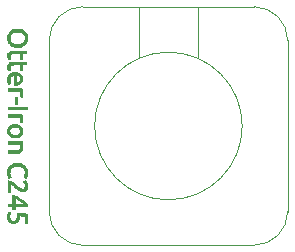
<source format=gto>
G04 #@! TF.GenerationSoftware,KiCad,Pcbnew,5.1.5-52549c5~84~ubuntu19.10.1*
G04 #@! TF.CreationDate,2020-03-01T18:50:15+01:00*
G04 #@! TF.ProjectId,C245_conn,43323435-5f63-46f6-9e6e-2e6b69636164,rev?*
G04 #@! TF.SameCoordinates,Original*
G04 #@! TF.FileFunction,Legend,Top*
G04 #@! TF.FilePolarity,Positive*
%FSLAX46Y46*%
G04 Gerber Fmt 4.6, Leading zero omitted, Abs format (unit mm)*
G04 Created by KiCad (PCBNEW 5.1.5-52549c5~84~ubuntu19.10.1) date 2020-03-01 18:50:15*
%MOMM*%
%LPD*%
G04 APERTURE LIST*
%ADD10C,0.120000*%
%ADD11C,0.010000*%
G04 APERTURE END LIST*
D10*
X120750000Y-110200000D02*
G75*
G03X120750000Y-110200000I-6250000J0D01*
G01*
X121750000Y-100100000D02*
G75*
G02X124600000Y-102950000I0J-2850000D01*
G01*
X104400000Y-102950000D02*
G75*
G02X107250000Y-100100000I2850000J0D01*
G01*
X107250000Y-120300000D02*
G75*
G02X104400000Y-117450000I0J2850000D01*
G01*
X124600000Y-117450000D02*
G75*
G02X121750000Y-120300000I-2850000J0D01*
G01*
X104400000Y-102950000D02*
X104400000Y-117450000D01*
X124600000Y-102950000D02*
X124600000Y-117450000D01*
X121750000Y-120300000D02*
X107250000Y-120300000D01*
X121750000Y-100100000D02*
X107250000Y-100100000D01*
X117000000Y-100100000D02*
X117000000Y-104450000D01*
X112000000Y-100100000D02*
X112000000Y-104450000D01*
D11*
G36*
X101474222Y-108309112D02*
G01*
X101474222Y-107730556D01*
X101685889Y-107730556D01*
X101685889Y-108309112D01*
X101474222Y-108309112D01*
G37*
X101474222Y-108309112D02*
X101474222Y-107730556D01*
X101685889Y-107730556D01*
X101685889Y-108309112D01*
X101474222Y-108309112D01*
G36*
X101474222Y-117001556D02*
G01*
X101474222Y-117199112D01*
X101290778Y-117199112D01*
X101290778Y-117001556D01*
X100881555Y-117001556D01*
X100881555Y-116789889D01*
X101290778Y-116789889D01*
X101290778Y-116070223D01*
X101370636Y-116070223D01*
X101407037Y-116071673D01*
X101440870Y-116077505D01*
X101474222Y-116088545D01*
X101474222Y-116281483D01*
X101474222Y-116789889D01*
X101858750Y-116789382D01*
X102243278Y-116788874D01*
X102200944Y-116752814D01*
X102082410Y-116657713D01*
X101949631Y-116561177D01*
X101811133Y-116468911D01*
X101675446Y-116386619D01*
X101562416Y-116325620D01*
X101474222Y-116281483D01*
X101474222Y-116088545D01*
X101478425Y-116089937D01*
X101525990Y-116111188D01*
X101589856Y-116143476D01*
X101613920Y-116156059D01*
X101774572Y-116246315D01*
X101940389Y-116350181D01*
X102103731Y-116462366D01*
X102256959Y-116577576D01*
X102392434Y-116690520D01*
X102416139Y-116711835D01*
X102504333Y-116792257D01*
X102504333Y-117001556D01*
X101474222Y-117001556D01*
G37*
X101474222Y-117001556D02*
X101474222Y-117199112D01*
X101290778Y-117199112D01*
X101290778Y-117001556D01*
X100881555Y-117001556D01*
X100881555Y-116789889D01*
X101290778Y-116789889D01*
X101290778Y-116070223D01*
X101370636Y-116070223D01*
X101407037Y-116071673D01*
X101440870Y-116077505D01*
X101474222Y-116088545D01*
X101474222Y-116281483D01*
X101474222Y-116789889D01*
X101858750Y-116789382D01*
X102243278Y-116788874D01*
X102200944Y-116752814D01*
X102082410Y-116657713D01*
X101949631Y-116561177D01*
X101811133Y-116468911D01*
X101675446Y-116386619D01*
X101562416Y-116325620D01*
X101474222Y-116281483D01*
X101474222Y-116088545D01*
X101478425Y-116089937D01*
X101525990Y-116111188D01*
X101589856Y-116143476D01*
X101613920Y-116156059D01*
X101774572Y-116246315D01*
X101940389Y-116350181D01*
X102103731Y-116462366D01*
X102256959Y-116577576D01*
X102392434Y-116690520D01*
X102416139Y-116711835D01*
X102504333Y-116792257D01*
X102504333Y-117001556D01*
X101474222Y-117001556D01*
G36*
X102543120Y-115296062D02*
G01*
X102526202Y-115403729D01*
X102494181Y-115503629D01*
X102448450Y-115587927D01*
X102433776Y-115607187D01*
X102369155Y-115664960D01*
X102286296Y-115708054D01*
X102192084Y-115734651D01*
X102093401Y-115742937D01*
X101997130Y-115731093D01*
X101980740Y-115726728D01*
X101910761Y-115700197D01*
X101836477Y-115659219D01*
X101754974Y-115601712D01*
X101663334Y-115525593D01*
X101558643Y-115428780D01*
X101545027Y-115415637D01*
X101440918Y-115316099D01*
X101353493Y-115235600D01*
X101280532Y-115172222D01*
X101219814Y-115124047D01*
X101169120Y-115089158D01*
X101162112Y-115084874D01*
X101133781Y-115067852D01*
X101111569Y-115056525D01*
X101094731Y-115053520D01*
X101082526Y-115061463D01*
X101074210Y-115082980D01*
X101069041Y-115120698D01*
X101066275Y-115177244D01*
X101065169Y-115255243D01*
X101064981Y-115357321D01*
X101065000Y-115428167D01*
X101065000Y-115802112D01*
X100881555Y-115802112D01*
X100881555Y-114810622D01*
X100987824Y-114817442D01*
X101047888Y-114823447D01*
X101099312Y-114834909D01*
X101153389Y-114855120D01*
X101212480Y-114882926D01*
X101252437Y-114903798D01*
X101290159Y-114926437D01*
X101329214Y-114953705D01*
X101373171Y-114988464D01*
X101425598Y-115033576D01*
X101490066Y-115091905D01*
X101570142Y-115166312D01*
X101595710Y-115190290D01*
X101690993Y-115278894D01*
X101769540Y-115349430D01*
X101834455Y-115403896D01*
X101888843Y-115444295D01*
X101935809Y-115472626D01*
X101978457Y-115490891D01*
X102019893Y-115501090D01*
X102063221Y-115505224D01*
X102085090Y-115505640D01*
X102174577Y-115494703D01*
X102247126Y-115461859D01*
X102301823Y-115407551D01*
X102308883Y-115396856D01*
X102326512Y-115363503D01*
X102336621Y-115328000D01*
X102341062Y-115280990D01*
X102341783Y-115230612D01*
X102339990Y-115166896D01*
X102333354Y-115119780D01*
X102319435Y-115077743D01*
X102301461Y-115040112D01*
X102273472Y-114991008D01*
X102243742Y-114946623D01*
X102226121Y-114924854D01*
X102190830Y-114887208D01*
X102270259Y-114834471D01*
X102349687Y-114781733D01*
X102383365Y-114813372D01*
X102417350Y-114855060D01*
X102453906Y-114915853D01*
X102488745Y-114987480D01*
X102517582Y-115061668D01*
X102526063Y-115088770D01*
X102543538Y-115188464D01*
X102543120Y-115296062D01*
G37*
X102543120Y-115296062D02*
X102526202Y-115403729D01*
X102494181Y-115503629D01*
X102448450Y-115587927D01*
X102433776Y-115607187D01*
X102369155Y-115664960D01*
X102286296Y-115708054D01*
X102192084Y-115734651D01*
X102093401Y-115742937D01*
X101997130Y-115731093D01*
X101980740Y-115726728D01*
X101910761Y-115700197D01*
X101836477Y-115659219D01*
X101754974Y-115601712D01*
X101663334Y-115525593D01*
X101558643Y-115428780D01*
X101545027Y-115415637D01*
X101440918Y-115316099D01*
X101353493Y-115235600D01*
X101280532Y-115172222D01*
X101219814Y-115124047D01*
X101169120Y-115089158D01*
X101162112Y-115084874D01*
X101133781Y-115067852D01*
X101111569Y-115056525D01*
X101094731Y-115053520D01*
X101082526Y-115061463D01*
X101074210Y-115082980D01*
X101069041Y-115120698D01*
X101066275Y-115177244D01*
X101065169Y-115255243D01*
X101064981Y-115357321D01*
X101065000Y-115428167D01*
X101065000Y-115802112D01*
X100881555Y-115802112D01*
X100881555Y-114810622D01*
X100987824Y-114817442D01*
X101047888Y-114823447D01*
X101099312Y-114834909D01*
X101153389Y-114855120D01*
X101212480Y-114882926D01*
X101252437Y-114903798D01*
X101290159Y-114926437D01*
X101329214Y-114953705D01*
X101373171Y-114988464D01*
X101425598Y-115033576D01*
X101490066Y-115091905D01*
X101570142Y-115166312D01*
X101595710Y-115190290D01*
X101690993Y-115278894D01*
X101769540Y-115349430D01*
X101834455Y-115403896D01*
X101888843Y-115444295D01*
X101935809Y-115472626D01*
X101978457Y-115490891D01*
X102019893Y-115501090D01*
X102063221Y-115505224D01*
X102085090Y-115505640D01*
X102174577Y-115494703D01*
X102247126Y-115461859D01*
X102301823Y-115407551D01*
X102308883Y-115396856D01*
X102326512Y-115363503D01*
X102336621Y-115328000D01*
X102341062Y-115280990D01*
X102341783Y-115230612D01*
X102339990Y-115166896D01*
X102333354Y-115119780D01*
X102319435Y-115077743D01*
X102301461Y-115040112D01*
X102273472Y-114991008D01*
X102243742Y-114946623D01*
X102226121Y-114924854D01*
X102190830Y-114887208D01*
X102270259Y-114834471D01*
X102349687Y-114781733D01*
X102383365Y-114813372D01*
X102417350Y-114855060D01*
X102453906Y-114915853D01*
X102488745Y-114987480D01*
X102517582Y-115061668D01*
X102526063Y-115088770D01*
X102543538Y-115188464D01*
X102543120Y-115296062D01*
G36*
X102120863Y-111983862D02*
G01*
X102117259Y-112059404D01*
X102111540Y-112114913D01*
X102102254Y-112158571D01*
X102087948Y-112198559D01*
X102079321Y-112217889D01*
X102021777Y-112309997D01*
X101945071Y-112383087D01*
X101855379Y-112432880D01*
X101832269Y-112441558D01*
X101808825Y-112448513D01*
X101781615Y-112453982D01*
X101747209Y-112458200D01*
X101702175Y-112461402D01*
X101643084Y-112463824D01*
X101566504Y-112465701D01*
X101469004Y-112467269D01*
X101347153Y-112468762D01*
X101329583Y-112468960D01*
X100881555Y-112473990D01*
X100881555Y-112260223D01*
X101223750Y-112259943D01*
X101375187Y-112258888D01*
X101501146Y-112255609D01*
X101604324Y-112249530D01*
X101687417Y-112240075D01*
X101753122Y-112226668D01*
X101804135Y-112208733D01*
X101843152Y-112185694D01*
X101872870Y-112156976D01*
X101895986Y-112122002D01*
X101899323Y-112115647D01*
X101914424Y-112080842D01*
X101923453Y-112043590D01*
X101927663Y-111995527D01*
X101928307Y-111928287D01*
X101928250Y-111922579D01*
X101926701Y-111859148D01*
X101923773Y-111802294D01*
X101919984Y-111760836D01*
X101918116Y-111749465D01*
X101909424Y-111709889D01*
X100881555Y-111709889D01*
X100881555Y-111484112D01*
X102064550Y-111484112D01*
X102079757Y-111555021D01*
X102105518Y-111695175D01*
X102119090Y-111823298D01*
X102121703Y-111952191D01*
X102120863Y-111983862D01*
G37*
X102120863Y-111983862D02*
X102117259Y-112059404D01*
X102111540Y-112114913D01*
X102102254Y-112158571D01*
X102087948Y-112198559D01*
X102079321Y-112217889D01*
X102021777Y-112309997D01*
X101945071Y-112383087D01*
X101855379Y-112432880D01*
X101832269Y-112441558D01*
X101808825Y-112448513D01*
X101781615Y-112453982D01*
X101747209Y-112458200D01*
X101702175Y-112461402D01*
X101643084Y-112463824D01*
X101566504Y-112465701D01*
X101469004Y-112467269D01*
X101347153Y-112468762D01*
X101329583Y-112468960D01*
X100881555Y-112473990D01*
X100881555Y-112260223D01*
X101223750Y-112259943D01*
X101375187Y-112258888D01*
X101501146Y-112255609D01*
X101604324Y-112249530D01*
X101687417Y-112240075D01*
X101753122Y-112226668D01*
X101804135Y-112208733D01*
X101843152Y-112185694D01*
X101872870Y-112156976D01*
X101895986Y-112122002D01*
X101899323Y-112115647D01*
X101914424Y-112080842D01*
X101923453Y-112043590D01*
X101927663Y-111995527D01*
X101928307Y-111928287D01*
X101928250Y-111922579D01*
X101926701Y-111859148D01*
X101923773Y-111802294D01*
X101919984Y-111760836D01*
X101918116Y-111749465D01*
X101909424Y-111709889D01*
X100881555Y-111709889D01*
X100881555Y-111484112D01*
X102064550Y-111484112D01*
X102079757Y-111555021D01*
X102105518Y-111695175D01*
X102119090Y-111823298D01*
X102121703Y-111952191D01*
X102120863Y-111983862D01*
G36*
X102118793Y-109722488D02*
G01*
X102107211Y-109809904D01*
X102096041Y-109856353D01*
X102084801Y-109879570D01*
X102070929Y-109884434D01*
X102068406Y-109883867D01*
X102039293Y-109877020D01*
X101999313Y-109868946D01*
X101996333Y-109868389D01*
X101942431Y-109857304D01*
X101912545Y-109848007D01*
X101902660Y-109839011D01*
X101903956Y-109834171D01*
X101909298Y-109815702D01*
X101917089Y-109777171D01*
X101925759Y-109726449D01*
X101926847Y-109719511D01*
X101935318Y-109641572D01*
X101933361Y-109570780D01*
X101925301Y-109512824D01*
X101907674Y-109409778D01*
X100881555Y-109409778D01*
X100881555Y-109198112D01*
X102050589Y-109198112D01*
X102065903Y-109244512D01*
X102094441Y-109354702D01*
X102113252Y-109477707D01*
X102121611Y-109603608D01*
X102118793Y-109722488D01*
G37*
X102118793Y-109722488D02*
X102107211Y-109809904D01*
X102096041Y-109856353D01*
X102084801Y-109879570D01*
X102070929Y-109884434D01*
X102068406Y-109883867D01*
X102039293Y-109877020D01*
X101999313Y-109868946D01*
X101996333Y-109868389D01*
X101942431Y-109857304D01*
X101912545Y-109848007D01*
X101902660Y-109839011D01*
X101903956Y-109834171D01*
X101909298Y-109815702D01*
X101917089Y-109777171D01*
X101925759Y-109726449D01*
X101926847Y-109719511D01*
X101935318Y-109641572D01*
X101933361Y-109570780D01*
X101925301Y-109512824D01*
X101907674Y-109409778D01*
X100881555Y-109409778D01*
X100881555Y-109198112D01*
X102050589Y-109198112D01*
X102065903Y-109244512D01*
X102094441Y-109354702D01*
X102113252Y-109477707D01*
X102121611Y-109603608D01*
X102118793Y-109722488D01*
G36*
X100881555Y-108803000D02*
G01*
X100881555Y-108577223D01*
X102504333Y-108577223D01*
X102504333Y-108803000D01*
X100881555Y-108803000D01*
G37*
X100881555Y-108803000D02*
X100881555Y-108577223D01*
X102504333Y-108577223D01*
X102504333Y-108803000D01*
X100881555Y-108803000D01*
G36*
X102121370Y-107506390D02*
G01*
X102116123Y-107568223D01*
X102108552Y-107626387D01*
X102099618Y-107674546D01*
X102090283Y-107706366D01*
X102082580Y-107715829D01*
X102050188Y-107711136D01*
X102008084Y-107702101D01*
X101965004Y-107691020D01*
X101929681Y-107680193D01*
X101910850Y-107671915D01*
X101909723Y-107670362D01*
X101911659Y-107652010D01*
X101917259Y-107613829D01*
X101925346Y-107563793D01*
X101926047Y-107559625D01*
X101934751Y-107490038D01*
X101934723Y-107425595D01*
X101925928Y-107350536D01*
X101925562Y-107348168D01*
X101908216Y-107236667D01*
X100881555Y-107236667D01*
X100881555Y-107025000D01*
X102050589Y-107025000D01*
X102065903Y-107071401D01*
X102086587Y-107148847D01*
X102104251Y-107242338D01*
X102117037Y-107339718D01*
X102123089Y-107428834D01*
X102123333Y-107447222D01*
X102121370Y-107506390D01*
G37*
X102121370Y-107506390D02*
X102116123Y-107568223D01*
X102108552Y-107626387D01*
X102099618Y-107674546D01*
X102090283Y-107706366D01*
X102082580Y-107715829D01*
X102050188Y-107711136D01*
X102008084Y-107702101D01*
X101965004Y-107691020D01*
X101929681Y-107680193D01*
X101910850Y-107671915D01*
X101909723Y-107670362D01*
X101911659Y-107652010D01*
X101917259Y-107613829D01*
X101925346Y-107563793D01*
X101926047Y-107559625D01*
X101934751Y-107490038D01*
X101934723Y-107425595D01*
X101925928Y-107350536D01*
X101925562Y-107348168D01*
X101908216Y-107236667D01*
X100881555Y-107236667D01*
X100881555Y-107025000D01*
X102050589Y-107025000D01*
X102065903Y-107071401D01*
X102086587Y-107148847D01*
X102104251Y-107242338D01*
X102117037Y-107339718D01*
X102123089Y-107428834D01*
X102123333Y-107447222D01*
X102121370Y-107506390D01*
G36*
X102122407Y-106283595D02*
G01*
X102093964Y-106398404D01*
X102043946Y-106495221D01*
X101972766Y-106573750D01*
X101880835Y-106633694D01*
X101768565Y-106674756D01*
X101636367Y-106696639D01*
X101544083Y-106700445D01*
X101431889Y-106700445D01*
X101431889Y-106284167D01*
X101432099Y-106161939D01*
X101432136Y-106065224D01*
X101431107Y-105991322D01*
X101428123Y-105937534D01*
X101422292Y-105901158D01*
X101412722Y-105879495D01*
X101398522Y-105869846D01*
X101378801Y-105869509D01*
X101352669Y-105875786D01*
X101319232Y-105885975D01*
X101302102Y-105890967D01*
X101216152Y-105927414D01*
X101142916Y-105982677D01*
X101088313Y-106051679D01*
X101069596Y-106090398D01*
X101055245Y-106147622D01*
X101046895Y-106223137D01*
X101044525Y-106307661D01*
X101048115Y-106391911D01*
X101057643Y-106466607D01*
X101070533Y-106516021D01*
X101082124Y-106554856D01*
X101085148Y-106582400D01*
X101082912Y-106588901D01*
X101063847Y-106596183D01*
X101026111Y-106604060D01*
X100992720Y-106608920D01*
X100913385Y-106618579D01*
X100888496Y-106550151D01*
X100875833Y-106503379D01*
X100866805Y-106440608D01*
X100860880Y-106357236D01*
X100858478Y-106291223D01*
X100856905Y-106208390D01*
X100857736Y-106146754D01*
X100861555Y-106099350D01*
X100868948Y-106059211D01*
X100880500Y-106019370D01*
X100881599Y-106016056D01*
X100932234Y-105905535D01*
X101003714Y-105813548D01*
X101095119Y-105740656D01*
X101205533Y-105687421D01*
X101334039Y-105654407D01*
X101479720Y-105642175D01*
X101491682Y-105642112D01*
X101632385Y-105653355D01*
X101637103Y-105654565D01*
X101637103Y-105876166D01*
X101612276Y-105877216D01*
X101611805Y-105877475D01*
X101608651Y-105892804D01*
X101605871Y-105932110D01*
X101603615Y-105991149D01*
X101602031Y-106065676D01*
X101601268Y-106151447D01*
X101601222Y-106179167D01*
X101601222Y-106474667D01*
X101645446Y-106474667D01*
X101723054Y-106463594D01*
X101797793Y-106433329D01*
X101862246Y-106388300D01*
X101908999Y-106332939D01*
X101920475Y-106310370D01*
X101940386Y-106228237D01*
X101936168Y-106142729D01*
X101909822Y-106060826D01*
X101863346Y-105989507D01*
X101816429Y-105947125D01*
X101776210Y-105923767D01*
X101727378Y-105902269D01*
X101678240Y-105885460D01*
X101637103Y-105876166D01*
X101637103Y-105654565D01*
X101759148Y-105685886D01*
X101870200Y-105737907D01*
X101963774Y-105807618D01*
X102038103Y-105893222D01*
X102091417Y-105992921D01*
X102121948Y-106104915D01*
X102127928Y-106227407D01*
X102122407Y-106283595D01*
G37*
X102122407Y-106283595D02*
X102093964Y-106398404D01*
X102043946Y-106495221D01*
X101972766Y-106573750D01*
X101880835Y-106633694D01*
X101768565Y-106674756D01*
X101636367Y-106696639D01*
X101544083Y-106700445D01*
X101431889Y-106700445D01*
X101431889Y-106284167D01*
X101432099Y-106161939D01*
X101432136Y-106065224D01*
X101431107Y-105991322D01*
X101428123Y-105937534D01*
X101422292Y-105901158D01*
X101412722Y-105879495D01*
X101398522Y-105869846D01*
X101378801Y-105869509D01*
X101352669Y-105875786D01*
X101319232Y-105885975D01*
X101302102Y-105890967D01*
X101216152Y-105927414D01*
X101142916Y-105982677D01*
X101088313Y-106051679D01*
X101069596Y-106090398D01*
X101055245Y-106147622D01*
X101046895Y-106223137D01*
X101044525Y-106307661D01*
X101048115Y-106391911D01*
X101057643Y-106466607D01*
X101070533Y-106516021D01*
X101082124Y-106554856D01*
X101085148Y-106582400D01*
X101082912Y-106588901D01*
X101063847Y-106596183D01*
X101026111Y-106604060D01*
X100992720Y-106608920D01*
X100913385Y-106618579D01*
X100888496Y-106550151D01*
X100875833Y-106503379D01*
X100866805Y-106440608D01*
X100860880Y-106357236D01*
X100858478Y-106291223D01*
X100856905Y-106208390D01*
X100857736Y-106146754D01*
X100861555Y-106099350D01*
X100868948Y-106059211D01*
X100880500Y-106019370D01*
X100881599Y-106016056D01*
X100932234Y-105905535D01*
X101003714Y-105813548D01*
X101095119Y-105740656D01*
X101205533Y-105687421D01*
X101334039Y-105654407D01*
X101479720Y-105642175D01*
X101491682Y-105642112D01*
X101632385Y-105653355D01*
X101637103Y-105654565D01*
X101637103Y-105876166D01*
X101612276Y-105877216D01*
X101611805Y-105877475D01*
X101608651Y-105892804D01*
X101605871Y-105932110D01*
X101603615Y-105991149D01*
X101602031Y-106065676D01*
X101601268Y-106151447D01*
X101601222Y-106179167D01*
X101601222Y-106474667D01*
X101645446Y-106474667D01*
X101723054Y-106463594D01*
X101797793Y-106433329D01*
X101862246Y-106388300D01*
X101908999Y-106332939D01*
X101920475Y-106310370D01*
X101940386Y-106228237D01*
X101936168Y-106142729D01*
X101909822Y-106060826D01*
X101863346Y-105989507D01*
X101816429Y-105947125D01*
X101776210Y-105923767D01*
X101727378Y-105902269D01*
X101678240Y-105885460D01*
X101637103Y-105876166D01*
X101637103Y-105654565D01*
X101759148Y-105685886D01*
X101870200Y-105737907D01*
X101963774Y-105807618D01*
X102038103Y-105893222D01*
X102091417Y-105992921D01*
X102121948Y-106104915D01*
X102127928Y-106227407D01*
X102122407Y-106283595D01*
G36*
X102462177Y-104984890D02*
G01*
X102420946Y-104989681D01*
X102353278Y-104992384D01*
X102285611Y-104993000D01*
X102095111Y-104993000D01*
X102095111Y-105460014D01*
X102006916Y-105455813D01*
X101918722Y-105451612D01*
X101914845Y-105222306D01*
X101910967Y-104993000D01*
X101562067Y-104993310D01*
X101451723Y-104993599D01*
X101365735Y-104994417D01*
X101300239Y-104996019D01*
X101251370Y-104998663D01*
X101215265Y-105002604D01*
X101188058Y-105008099D01*
X101165886Y-105015404D01*
X101154294Y-105020350D01*
X101104139Y-105048975D01*
X101071621Y-105084411D01*
X101053639Y-105132739D01*
X101047091Y-105200039D01*
X101046944Y-105230822D01*
X101051306Y-105302684D01*
X101061708Y-105363334D01*
X101070691Y-105391186D01*
X101084864Y-105425496D01*
X101092685Y-105446969D01*
X101093222Y-105449483D01*
X101080849Y-105455882D01*
X101049298Y-105465721D01*
X101026194Y-105471741D01*
X100981632Y-105482901D01*
X100945998Y-105492240D01*
X100935961Y-105495061D01*
X100916566Y-105487728D01*
X100898784Y-105457164D01*
X100883253Y-105408345D01*
X100870610Y-105346247D01*
X100861491Y-105275844D01*
X100856536Y-105202112D01*
X100856382Y-105130026D01*
X100861665Y-105064561D01*
X100873024Y-105010692D01*
X100873649Y-105008741D01*
X100908904Y-104939422D01*
X100964358Y-104875711D01*
X101032171Y-104826433D01*
X101038601Y-104823013D01*
X101067191Y-104810107D01*
X101100319Y-104799304D01*
X101140592Y-104790428D01*
X101190617Y-104783301D01*
X101253000Y-104777746D01*
X101330346Y-104773584D01*
X101425263Y-104770640D01*
X101540357Y-104768735D01*
X101678234Y-104767692D01*
X101841500Y-104767334D01*
X101856682Y-104767329D01*
X102443753Y-104767223D01*
X102459932Y-104865191D01*
X102468008Y-104916097D01*
X102473807Y-104956477D01*
X102476109Y-104977815D01*
X102476111Y-104978080D01*
X102462177Y-104984890D01*
G37*
X102462177Y-104984890D02*
X102420946Y-104989681D01*
X102353278Y-104992384D01*
X102285611Y-104993000D01*
X102095111Y-104993000D01*
X102095111Y-105460014D01*
X102006916Y-105455813D01*
X101918722Y-105451612D01*
X101914845Y-105222306D01*
X101910967Y-104993000D01*
X101562067Y-104993310D01*
X101451723Y-104993599D01*
X101365735Y-104994417D01*
X101300239Y-104996019D01*
X101251370Y-104998663D01*
X101215265Y-105002604D01*
X101188058Y-105008099D01*
X101165886Y-105015404D01*
X101154294Y-105020350D01*
X101104139Y-105048975D01*
X101071621Y-105084411D01*
X101053639Y-105132739D01*
X101047091Y-105200039D01*
X101046944Y-105230822D01*
X101051306Y-105302684D01*
X101061708Y-105363334D01*
X101070691Y-105391186D01*
X101084864Y-105425496D01*
X101092685Y-105446969D01*
X101093222Y-105449483D01*
X101080849Y-105455882D01*
X101049298Y-105465721D01*
X101026194Y-105471741D01*
X100981632Y-105482901D01*
X100945998Y-105492240D01*
X100935961Y-105495061D01*
X100916566Y-105487728D01*
X100898784Y-105457164D01*
X100883253Y-105408345D01*
X100870610Y-105346247D01*
X100861491Y-105275844D01*
X100856536Y-105202112D01*
X100856382Y-105130026D01*
X100861665Y-105064561D01*
X100873024Y-105010692D01*
X100873649Y-105008741D01*
X100908904Y-104939422D01*
X100964358Y-104875711D01*
X101032171Y-104826433D01*
X101038601Y-104823013D01*
X101067191Y-104810107D01*
X101100319Y-104799304D01*
X101140592Y-104790428D01*
X101190617Y-104783301D01*
X101253000Y-104777746D01*
X101330346Y-104773584D01*
X101425263Y-104770640D01*
X101540357Y-104768735D01*
X101678234Y-104767692D01*
X101841500Y-104767334D01*
X101856682Y-104767329D01*
X102443753Y-104767223D01*
X102459932Y-104865191D01*
X102468008Y-104916097D01*
X102473807Y-104956477D01*
X102476109Y-104977815D01*
X102476111Y-104978080D01*
X102462177Y-104984890D01*
G36*
X102462177Y-104039446D02*
G01*
X102420946Y-104044236D01*
X102353278Y-104046939D01*
X102285611Y-104047556D01*
X102095111Y-104047556D01*
X102095111Y-104499112D01*
X101911666Y-104499112D01*
X101911666Y-104046220D01*
X101548305Y-104050416D01*
X101428648Y-104052045D01*
X101333750Y-104054272D01*
X101260149Y-104057718D01*
X101204381Y-104063005D01*
X101162984Y-104070755D01*
X101132494Y-104081589D01*
X101109449Y-104096129D01*
X101090385Y-104114998D01*
X101074262Y-104135530D01*
X101058926Y-104162015D01*
X101050352Y-104195002D01*
X101047023Y-104242710D01*
X101046933Y-104283697D01*
X101051312Y-104357040D01*
X101061790Y-104418247D01*
X101070691Y-104445742D01*
X101084864Y-104480052D01*
X101092685Y-104501525D01*
X101093222Y-104504039D01*
X101080849Y-104510437D01*
X101049298Y-104520276D01*
X101026194Y-104526297D01*
X100981632Y-104537456D01*
X100945998Y-104546795D01*
X100935961Y-104549617D01*
X100916455Y-104542325D01*
X100898627Y-104511784D01*
X100883105Y-104462948D01*
X100870517Y-104400770D01*
X100861490Y-104330204D01*
X100856651Y-104256204D01*
X100856629Y-104183723D01*
X100862050Y-104117714D01*
X100873542Y-104063133D01*
X100874112Y-104061334D01*
X100913972Y-103981953D01*
X100976743Y-103917663D01*
X101060756Y-103869693D01*
X101164338Y-103839271D01*
X101179712Y-103836578D01*
X101215013Y-103833189D01*
X101275349Y-103830114D01*
X101357534Y-103827424D01*
X101458382Y-103825188D01*
X101574707Y-103823474D01*
X101703323Y-103822353D01*
X101841045Y-103821892D01*
X101856682Y-103821885D01*
X102443753Y-103821778D01*
X102459932Y-103919746D01*
X102468008Y-103970653D01*
X102473807Y-104011032D01*
X102476109Y-104032371D01*
X102476111Y-104032635D01*
X102462177Y-104039446D01*
G37*
X102462177Y-104039446D02*
X102420946Y-104044236D01*
X102353278Y-104046939D01*
X102285611Y-104047556D01*
X102095111Y-104047556D01*
X102095111Y-104499112D01*
X101911666Y-104499112D01*
X101911666Y-104046220D01*
X101548305Y-104050416D01*
X101428648Y-104052045D01*
X101333750Y-104054272D01*
X101260149Y-104057718D01*
X101204381Y-104063005D01*
X101162984Y-104070755D01*
X101132494Y-104081589D01*
X101109449Y-104096129D01*
X101090385Y-104114998D01*
X101074262Y-104135530D01*
X101058926Y-104162015D01*
X101050352Y-104195002D01*
X101047023Y-104242710D01*
X101046933Y-104283697D01*
X101051312Y-104357040D01*
X101061790Y-104418247D01*
X101070691Y-104445742D01*
X101084864Y-104480052D01*
X101092685Y-104501525D01*
X101093222Y-104504039D01*
X101080849Y-104510437D01*
X101049298Y-104520276D01*
X101026194Y-104526297D01*
X100981632Y-104537456D01*
X100945998Y-104546795D01*
X100935961Y-104549617D01*
X100916455Y-104542325D01*
X100898627Y-104511784D01*
X100883105Y-104462948D01*
X100870517Y-104400770D01*
X100861490Y-104330204D01*
X100856651Y-104256204D01*
X100856629Y-104183723D01*
X100862050Y-104117714D01*
X100873542Y-104063133D01*
X100874112Y-104061334D01*
X100913972Y-103981953D01*
X100976743Y-103917663D01*
X101060756Y-103869693D01*
X101164338Y-103839271D01*
X101179712Y-103836578D01*
X101215013Y-103833189D01*
X101275349Y-103830114D01*
X101357534Y-103827424D01*
X101458382Y-103825188D01*
X101574707Y-103823474D01*
X101703323Y-103822353D01*
X101841045Y-103821892D01*
X101856682Y-103821885D01*
X102443753Y-103821778D01*
X102459932Y-103919746D01*
X102468008Y-103970653D01*
X102473807Y-104011032D01*
X102476109Y-104032371D01*
X102476111Y-104032635D01*
X102462177Y-104039446D01*
G36*
X102320889Y-118398556D02*
G01*
X102320889Y-118102223D01*
X102320493Y-117998198D01*
X102319196Y-117919636D01*
X102316836Y-117863787D01*
X102313248Y-117827901D01*
X102308271Y-117809229D01*
X102303250Y-117804841D01*
X102283428Y-117803339D01*
X102241061Y-117799930D01*
X102181725Y-117795069D01*
X102110999Y-117789211D01*
X102084542Y-117787005D01*
X101883473Y-117770218D01*
X101877694Y-117812748D01*
X101860089Y-117931483D01*
X101842060Y-118026777D01*
X101821957Y-118103383D01*
X101798129Y-118166054D01*
X101768926Y-118219546D01*
X101732696Y-118268610D01*
X101710645Y-118293828D01*
X101627118Y-118368960D01*
X101535031Y-118418895D01*
X101429373Y-118446056D01*
X101385618Y-118450834D01*
X101262542Y-118447830D01*
X101152174Y-118420141D01*
X101056054Y-118369000D01*
X100975722Y-118295641D01*
X100912720Y-118201297D01*
X100868587Y-118087203D01*
X100854516Y-118025548D01*
X100845940Y-117956824D01*
X100841797Y-117876329D01*
X100842311Y-117796557D01*
X100847704Y-117729999D01*
X100849067Y-117721223D01*
X100857628Y-117679576D01*
X100870337Y-117627706D01*
X100885149Y-117572818D01*
X100900018Y-117522117D01*
X100912900Y-117482806D01*
X100921751Y-117462092D01*
X100922999Y-117460717D01*
X100940974Y-117460511D01*
X100976521Y-117465912D01*
X101020062Y-117474829D01*
X101062015Y-117485174D01*
X101092801Y-117494856D01*
X101102306Y-117499825D01*
X101101744Y-117516021D01*
X101092522Y-117550448D01*
X101078820Y-117589721D01*
X101054550Y-117677291D01*
X101041070Y-117777838D01*
X101038940Y-117880333D01*
X101048723Y-117973751D01*
X101057398Y-118010710D01*
X101095278Y-118097093D01*
X101151365Y-118162633D01*
X101223306Y-118205794D01*
X101308750Y-118225039D01*
X101381849Y-118222649D01*
X101463653Y-118202494D01*
X101531202Y-118164490D01*
X101585839Y-118106763D01*
X101628906Y-118027439D01*
X101661745Y-117924643D01*
X101685370Y-117798834D01*
X101692886Y-117734883D01*
X101698100Y-117669243D01*
X101699720Y-117625333D01*
X101700000Y-117550610D01*
X101745861Y-117558187D01*
X101792539Y-117564340D01*
X101861677Y-117571414D01*
X101947547Y-117578955D01*
X102044420Y-117586505D01*
X102146567Y-117593610D01*
X102248260Y-117599813D01*
X102310305Y-117603092D01*
X102504333Y-117612627D01*
X102504333Y-118398556D01*
X102320889Y-118398556D01*
G37*
X102320889Y-118398556D02*
X102320889Y-118102223D01*
X102320493Y-117998198D01*
X102319196Y-117919636D01*
X102316836Y-117863787D01*
X102313248Y-117827901D01*
X102308271Y-117809229D01*
X102303250Y-117804841D01*
X102283428Y-117803339D01*
X102241061Y-117799930D01*
X102181725Y-117795069D01*
X102110999Y-117789211D01*
X102084542Y-117787005D01*
X101883473Y-117770218D01*
X101877694Y-117812748D01*
X101860089Y-117931483D01*
X101842060Y-118026777D01*
X101821957Y-118103383D01*
X101798129Y-118166054D01*
X101768926Y-118219546D01*
X101732696Y-118268610D01*
X101710645Y-118293828D01*
X101627118Y-118368960D01*
X101535031Y-118418895D01*
X101429373Y-118446056D01*
X101385618Y-118450834D01*
X101262542Y-118447830D01*
X101152174Y-118420141D01*
X101056054Y-118369000D01*
X100975722Y-118295641D01*
X100912720Y-118201297D01*
X100868587Y-118087203D01*
X100854516Y-118025548D01*
X100845940Y-117956824D01*
X100841797Y-117876329D01*
X100842311Y-117796557D01*
X100847704Y-117729999D01*
X100849067Y-117721223D01*
X100857628Y-117679576D01*
X100870337Y-117627706D01*
X100885149Y-117572818D01*
X100900018Y-117522117D01*
X100912900Y-117482806D01*
X100921751Y-117462092D01*
X100922999Y-117460717D01*
X100940974Y-117460511D01*
X100976521Y-117465912D01*
X101020062Y-117474829D01*
X101062015Y-117485174D01*
X101092801Y-117494856D01*
X101102306Y-117499825D01*
X101101744Y-117516021D01*
X101092522Y-117550448D01*
X101078820Y-117589721D01*
X101054550Y-117677291D01*
X101041070Y-117777838D01*
X101038940Y-117880333D01*
X101048723Y-117973751D01*
X101057398Y-118010710D01*
X101095278Y-118097093D01*
X101151365Y-118162633D01*
X101223306Y-118205794D01*
X101308750Y-118225039D01*
X101381849Y-118222649D01*
X101463653Y-118202494D01*
X101531202Y-118164490D01*
X101585839Y-118106763D01*
X101628906Y-118027439D01*
X101661745Y-117924643D01*
X101685370Y-117798834D01*
X101692886Y-117734883D01*
X101698100Y-117669243D01*
X101699720Y-117625333D01*
X101700000Y-117550610D01*
X101745861Y-117558187D01*
X101792539Y-117564340D01*
X101861677Y-117571414D01*
X101947547Y-117578955D01*
X102044420Y-117586505D01*
X102146567Y-117593610D01*
X102248260Y-117599813D01*
X102310305Y-117603092D01*
X102504333Y-117612627D01*
X102504333Y-118398556D01*
X102320889Y-118398556D01*
G36*
X102534531Y-114263395D02*
G01*
X102507450Y-114397706D01*
X102488654Y-114455344D01*
X102466190Y-114513040D01*
X102447361Y-114547780D01*
X102426156Y-114563127D01*
X102396562Y-114562647D01*
X102352565Y-114549905D01*
X102337627Y-114544889D01*
X102289170Y-114526982D01*
X102263594Y-114512713D01*
X102256359Y-114499046D01*
X102258109Y-114491708D01*
X102310738Y-114342647D01*
X102339233Y-114207590D01*
X102343676Y-114086047D01*
X102336557Y-114028282D01*
X102301959Y-113907707D01*
X102245898Y-113805435D01*
X102168231Y-113721274D01*
X102068813Y-113655033D01*
X102047363Y-113644415D01*
X101950960Y-113606215D01*
X101852266Y-113583195D01*
X101741185Y-113573301D01*
X101694176Y-113572556D01*
X101540768Y-113582613D01*
X101406565Y-113612331D01*
X101292228Y-113661031D01*
X101198422Y-113728035D01*
X101125809Y-113812663D01*
X101075052Y-113914236D01*
X101046814Y-114032076D01*
X101041758Y-114165503D01*
X101047722Y-114234574D01*
X101059245Y-114304850D01*
X101075689Y-114376638D01*
X101093898Y-114436565D01*
X101097788Y-114446730D01*
X101132231Y-114532004D01*
X101040777Y-114560251D01*
X100992883Y-114573445D01*
X100955488Y-114580805D01*
X100936795Y-114580756D01*
X100925366Y-114562415D01*
X100910382Y-114522891D01*
X100893719Y-114468696D01*
X100877249Y-114406343D01*
X100862849Y-114342343D01*
X100853745Y-114292223D01*
X100842626Y-114179619D01*
X100842047Y-114061384D01*
X100851786Y-113950304D01*
X100860550Y-113901003D01*
X100894496Y-113794261D01*
X100947431Y-113688307D01*
X101013592Y-113593494D01*
X101059061Y-113544525D01*
X101145339Y-113477442D01*
X101250214Y-113419029D01*
X101364343Y-113373968D01*
X101439349Y-113353995D01*
X101524991Y-113341396D01*
X101627016Y-113334900D01*
X101734647Y-113334521D01*
X101837108Y-113340273D01*
X101923624Y-113352172D01*
X101929245Y-113353329D01*
X102067335Y-113395677D01*
X102193317Y-113460300D01*
X102304160Y-113544562D01*
X102396835Y-113645827D01*
X102468309Y-113761461D01*
X102505786Y-113854778D01*
X102533966Y-113982564D01*
X102543458Y-114121892D01*
X102534531Y-114263395D01*
G37*
X102534531Y-114263395D02*
X102507450Y-114397706D01*
X102488654Y-114455344D01*
X102466190Y-114513040D01*
X102447361Y-114547780D01*
X102426156Y-114563127D01*
X102396562Y-114562647D01*
X102352565Y-114549905D01*
X102337627Y-114544889D01*
X102289170Y-114526982D01*
X102263594Y-114512713D01*
X102256359Y-114499046D01*
X102258109Y-114491708D01*
X102310738Y-114342647D01*
X102339233Y-114207590D01*
X102343676Y-114086047D01*
X102336557Y-114028282D01*
X102301959Y-113907707D01*
X102245898Y-113805435D01*
X102168231Y-113721274D01*
X102068813Y-113655033D01*
X102047363Y-113644415D01*
X101950960Y-113606215D01*
X101852266Y-113583195D01*
X101741185Y-113573301D01*
X101694176Y-113572556D01*
X101540768Y-113582613D01*
X101406565Y-113612331D01*
X101292228Y-113661031D01*
X101198422Y-113728035D01*
X101125809Y-113812663D01*
X101075052Y-113914236D01*
X101046814Y-114032076D01*
X101041758Y-114165503D01*
X101047722Y-114234574D01*
X101059245Y-114304850D01*
X101075689Y-114376638D01*
X101093898Y-114436565D01*
X101097788Y-114446730D01*
X101132231Y-114532004D01*
X101040777Y-114560251D01*
X100992883Y-114573445D01*
X100955488Y-114580805D01*
X100936795Y-114580756D01*
X100925366Y-114562415D01*
X100910382Y-114522891D01*
X100893719Y-114468696D01*
X100877249Y-114406343D01*
X100862849Y-114342343D01*
X100853745Y-114292223D01*
X100842626Y-114179619D01*
X100842047Y-114061384D01*
X100851786Y-113950304D01*
X100860550Y-113901003D01*
X100894496Y-113794261D01*
X100947431Y-113688307D01*
X101013592Y-113593494D01*
X101059061Y-113544525D01*
X101145339Y-113477442D01*
X101250214Y-113419029D01*
X101364343Y-113373968D01*
X101439349Y-113353995D01*
X101524991Y-113341396D01*
X101627016Y-113334900D01*
X101734647Y-113334521D01*
X101837108Y-113340273D01*
X101923624Y-113352172D01*
X101929245Y-113353329D01*
X102067335Y-113395677D01*
X102193317Y-113460300D01*
X102304160Y-113544562D01*
X102396835Y-113645827D01*
X102468309Y-113761461D01*
X102505786Y-113854778D01*
X102533966Y-113982564D01*
X102543458Y-114121892D01*
X102534531Y-114263395D01*
G36*
X102114051Y-110730389D02*
G01*
X102076979Y-110845933D01*
X102016362Y-110947192D01*
X101933408Y-111032559D01*
X101829323Y-111100427D01*
X101718268Y-111145314D01*
X101639653Y-111162314D01*
X101545179Y-111171759D01*
X101445842Y-111173417D01*
X101352641Y-111167058D01*
X101283722Y-111154457D01*
X101159705Y-111108396D01*
X101053805Y-111042293D01*
X100967691Y-110957917D01*
X100903033Y-110857032D01*
X100861499Y-110741405D01*
X100852838Y-110698416D01*
X100844114Y-110639171D01*
X100841392Y-110594538D01*
X100845014Y-110551496D01*
X100855321Y-110497024D01*
X100858517Y-110482223D01*
X100897526Y-110365968D01*
X100959595Y-110264577D01*
X101042890Y-110179619D01*
X101145576Y-110112664D01*
X101265818Y-110065281D01*
X101372283Y-110042682D01*
X101503336Y-110034543D01*
X101503336Y-110264785D01*
X101399913Y-110268523D01*
X101306836Y-110283805D01*
X101288619Y-110288824D01*
X101198049Y-110329146D01*
X101125721Y-110387910D01*
X101073731Y-110461375D01*
X101044179Y-110545803D01*
X101039161Y-110637452D01*
X101052884Y-110709097D01*
X101090141Y-110785267D01*
X101151952Y-110850960D01*
X101231093Y-110901131D01*
X101267924Y-110918202D01*
X101300516Y-110929539D01*
X101336185Y-110936305D01*
X101382246Y-110939659D01*
X101446013Y-110940762D01*
X101481278Y-110940834D01*
X101567823Y-110939518D01*
X101633688Y-110934400D01*
X101686341Y-110923725D01*
X101733248Y-110905735D01*
X101781878Y-110878676D01*
X101803129Y-110865151D01*
X101865060Y-110808807D01*
X101909045Y-110735380D01*
X101932884Y-110651205D01*
X101934381Y-110562618D01*
X101924860Y-110514222D01*
X101890495Y-110440333D01*
X101833704Y-110374103D01*
X101760201Y-110321016D01*
X101692944Y-110291609D01*
X101605037Y-110272508D01*
X101503336Y-110264785D01*
X101503336Y-110034543D01*
X101514825Y-110033829D01*
X101647669Y-110047690D01*
X101768659Y-110082665D01*
X101875642Y-110137156D01*
X101966462Y-110209565D01*
X102038965Y-110298292D01*
X102090997Y-110401740D01*
X102120402Y-110518309D01*
X102126370Y-110602167D01*
X102114051Y-110730389D01*
G37*
X102114051Y-110730389D02*
X102076979Y-110845933D01*
X102016362Y-110947192D01*
X101933408Y-111032559D01*
X101829323Y-111100427D01*
X101718268Y-111145314D01*
X101639653Y-111162314D01*
X101545179Y-111171759D01*
X101445842Y-111173417D01*
X101352641Y-111167058D01*
X101283722Y-111154457D01*
X101159705Y-111108396D01*
X101053805Y-111042293D01*
X100967691Y-110957917D01*
X100903033Y-110857032D01*
X100861499Y-110741405D01*
X100852838Y-110698416D01*
X100844114Y-110639171D01*
X100841392Y-110594538D01*
X100845014Y-110551496D01*
X100855321Y-110497024D01*
X100858517Y-110482223D01*
X100897526Y-110365968D01*
X100959595Y-110264577D01*
X101042890Y-110179619D01*
X101145576Y-110112664D01*
X101265818Y-110065281D01*
X101372283Y-110042682D01*
X101503336Y-110034543D01*
X101503336Y-110264785D01*
X101399913Y-110268523D01*
X101306836Y-110283805D01*
X101288619Y-110288824D01*
X101198049Y-110329146D01*
X101125721Y-110387910D01*
X101073731Y-110461375D01*
X101044179Y-110545803D01*
X101039161Y-110637452D01*
X101052884Y-110709097D01*
X101090141Y-110785267D01*
X101151952Y-110850960D01*
X101231093Y-110901131D01*
X101267924Y-110918202D01*
X101300516Y-110929539D01*
X101336185Y-110936305D01*
X101382246Y-110939659D01*
X101446013Y-110940762D01*
X101481278Y-110940834D01*
X101567823Y-110939518D01*
X101633688Y-110934400D01*
X101686341Y-110923725D01*
X101733248Y-110905735D01*
X101781878Y-110878676D01*
X101803129Y-110865151D01*
X101865060Y-110808807D01*
X101909045Y-110735380D01*
X101932884Y-110651205D01*
X101934381Y-110562618D01*
X101924860Y-110514222D01*
X101890495Y-110440333D01*
X101833704Y-110374103D01*
X101760201Y-110321016D01*
X101692944Y-110291609D01*
X101605037Y-110272508D01*
X101503336Y-110264785D01*
X101503336Y-110034543D01*
X101514825Y-110033829D01*
X101647669Y-110047690D01*
X101768659Y-110082665D01*
X101875642Y-110137156D01*
X101966462Y-110209565D01*
X102038965Y-110298292D01*
X102090997Y-110401740D01*
X102120402Y-110518309D01*
X102126370Y-110602167D01*
X102114051Y-110730389D01*
G36*
X102541830Y-102791667D02*
G01*
X102521280Y-102937017D01*
X102478496Y-103066287D01*
X102412295Y-103182195D01*
X102329526Y-103279528D01*
X102219402Y-103370197D01*
X102092784Y-103438342D01*
X101949401Y-103484063D01*
X101788979Y-103507457D01*
X101692944Y-103510844D01*
X101522993Y-103499741D01*
X101370229Y-103466367D01*
X101234383Y-103410624D01*
X101115180Y-103332411D01*
X101056363Y-103279528D01*
X100993605Y-103210495D01*
X100945520Y-103140966D01*
X100905899Y-103060815D01*
X100878796Y-102989901D01*
X100860070Y-102915012D01*
X100848416Y-102823210D01*
X100844306Y-102725021D01*
X100848215Y-102630974D01*
X100859321Y-102557063D01*
X100904556Y-102417121D01*
X100972295Y-102294124D01*
X101062220Y-102188415D01*
X101174014Y-102100337D01*
X101307357Y-102030234D01*
X101370040Y-102006119D01*
X101416095Y-101990855D01*
X101456276Y-101980210D01*
X101497433Y-101973364D01*
X101546419Y-101969495D01*
X101610084Y-101967780D01*
X101692944Y-101967399D01*
X101754794Y-101967690D01*
X101754794Y-102201804D01*
X101621405Y-102202599D01*
X101493825Y-102221506D01*
X101375793Y-102257283D01*
X101271048Y-102308687D01*
X101183329Y-102374477D01*
X101116375Y-102453411D01*
X101098895Y-102483231D01*
X101063226Y-102577284D01*
X101045035Y-102684888D01*
X101045058Y-102796874D01*
X101064030Y-102904074D01*
X101064882Y-102907058D01*
X101103312Y-102992714D01*
X101165473Y-103073350D01*
X101246888Y-103144872D01*
X101343080Y-103203184D01*
X101425299Y-103236800D01*
X101495685Y-103252772D01*
X101584170Y-103262398D01*
X101682293Y-103265760D01*
X101781589Y-103262940D01*
X101873596Y-103254022D01*
X101949850Y-103239087D01*
X101974027Y-103231453D01*
X102094867Y-103175696D01*
X102191252Y-103105981D01*
X102263506Y-103021868D01*
X102311952Y-102922912D01*
X102336912Y-102808671D01*
X102340719Y-102728167D01*
X102327294Y-102605299D01*
X102289990Y-102497120D01*
X102229457Y-102404363D01*
X102146346Y-102327763D01*
X102041308Y-102268052D01*
X101914993Y-102225965D01*
X101890254Y-102220362D01*
X101754794Y-102201804D01*
X101754794Y-101967690D01*
X101777464Y-101967797D01*
X101840633Y-101969541D01*
X101889320Y-101973461D01*
X101930391Y-101980386D01*
X101970715Y-101991143D01*
X102016962Y-102006493D01*
X102158216Y-102069007D01*
X102279079Y-102150379D01*
X102378537Y-102249096D01*
X102455581Y-102363644D01*
X102509197Y-102492512D01*
X102538377Y-102634185D01*
X102542107Y-102787152D01*
X102541830Y-102791667D01*
G37*
X102541830Y-102791667D02*
X102521280Y-102937017D01*
X102478496Y-103066287D01*
X102412295Y-103182195D01*
X102329526Y-103279528D01*
X102219402Y-103370197D01*
X102092784Y-103438342D01*
X101949401Y-103484063D01*
X101788979Y-103507457D01*
X101692944Y-103510844D01*
X101522993Y-103499741D01*
X101370229Y-103466367D01*
X101234383Y-103410624D01*
X101115180Y-103332411D01*
X101056363Y-103279528D01*
X100993605Y-103210495D01*
X100945520Y-103140966D01*
X100905899Y-103060815D01*
X100878796Y-102989901D01*
X100860070Y-102915012D01*
X100848416Y-102823210D01*
X100844306Y-102725021D01*
X100848215Y-102630974D01*
X100859321Y-102557063D01*
X100904556Y-102417121D01*
X100972295Y-102294124D01*
X101062220Y-102188415D01*
X101174014Y-102100337D01*
X101307357Y-102030234D01*
X101370040Y-102006119D01*
X101416095Y-101990855D01*
X101456276Y-101980210D01*
X101497433Y-101973364D01*
X101546419Y-101969495D01*
X101610084Y-101967780D01*
X101692944Y-101967399D01*
X101754794Y-101967690D01*
X101754794Y-102201804D01*
X101621405Y-102202599D01*
X101493825Y-102221506D01*
X101375793Y-102257283D01*
X101271048Y-102308687D01*
X101183329Y-102374477D01*
X101116375Y-102453411D01*
X101098895Y-102483231D01*
X101063226Y-102577284D01*
X101045035Y-102684888D01*
X101045058Y-102796874D01*
X101064030Y-102904074D01*
X101064882Y-102907058D01*
X101103312Y-102992714D01*
X101165473Y-103073350D01*
X101246888Y-103144872D01*
X101343080Y-103203184D01*
X101425299Y-103236800D01*
X101495685Y-103252772D01*
X101584170Y-103262398D01*
X101682293Y-103265760D01*
X101781589Y-103262940D01*
X101873596Y-103254022D01*
X101949850Y-103239087D01*
X101974027Y-103231453D01*
X102094867Y-103175696D01*
X102191252Y-103105981D01*
X102263506Y-103021868D01*
X102311952Y-102922912D01*
X102336912Y-102808671D01*
X102340719Y-102728167D01*
X102327294Y-102605299D01*
X102289990Y-102497120D01*
X102229457Y-102404363D01*
X102146346Y-102327763D01*
X102041308Y-102268052D01*
X101914993Y-102225965D01*
X101890254Y-102220362D01*
X101754794Y-102201804D01*
X101754794Y-101967690D01*
X101777464Y-101967797D01*
X101840633Y-101969541D01*
X101889320Y-101973461D01*
X101930391Y-101980386D01*
X101970715Y-101991143D01*
X102016962Y-102006493D01*
X102158216Y-102069007D01*
X102279079Y-102150379D01*
X102378537Y-102249096D01*
X102455581Y-102363644D01*
X102509197Y-102492512D01*
X102538377Y-102634185D01*
X102542107Y-102787152D01*
X102541830Y-102791667D01*
M02*

</source>
